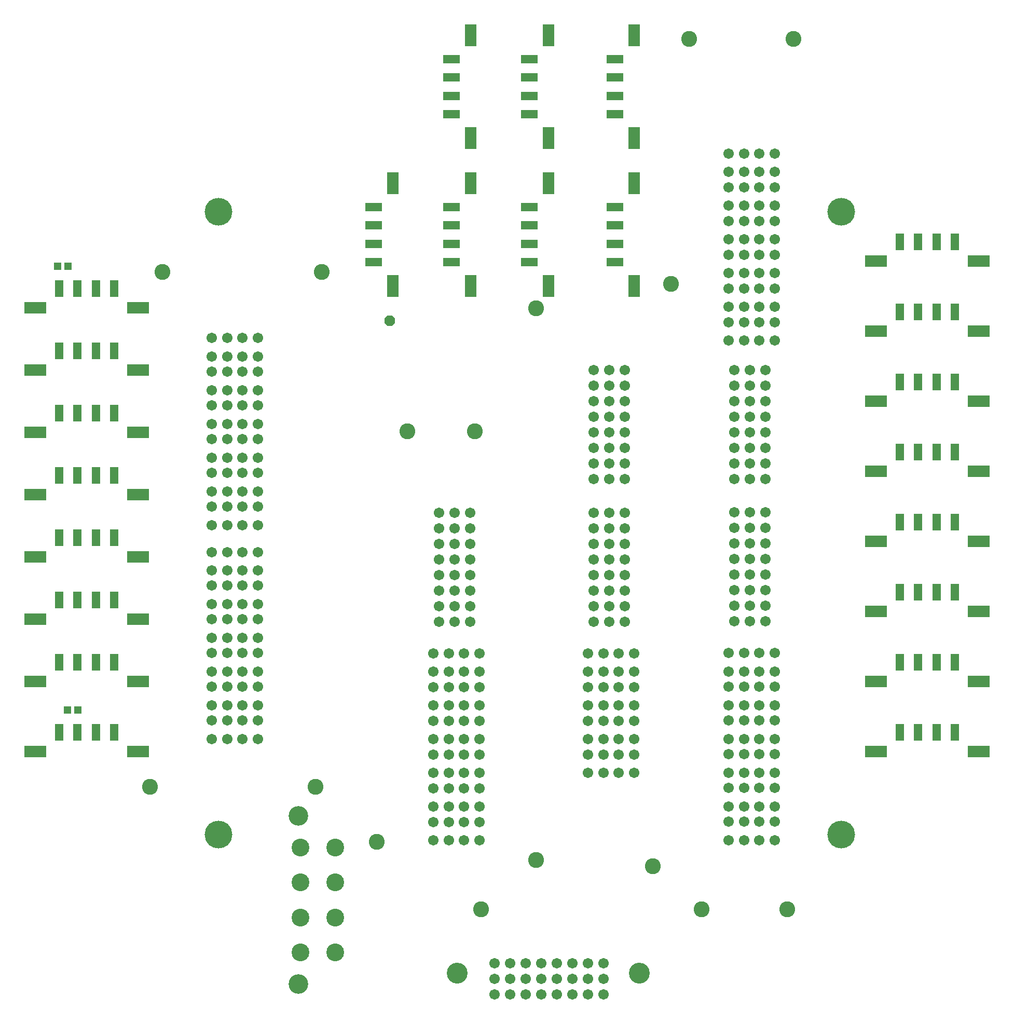
<source format=gbs>
G75*
%MOIN*%
%OFA0B0*%
%FSLAX25Y25*%
%IPPOS*%
%LPD*%
%AMOC8*
5,1,8,0,0,1.08239X$1,22.5*
%
%ADD10C,0.17800*%
%ADD11R,0.14304X0.07296*%
%ADD12R,0.05800X0.10800*%
%ADD13R,0.07296X0.14304*%
%ADD14R,0.10800X0.05800*%
%ADD15C,0.06737*%
%ADD16C,0.12611*%
%ADD17C,0.11430*%
%ADD18C,0.13398*%
%ADD19R,0.04737X0.05131*%
%ADD20OC8,0.06800*%
%ADD21C,0.10249*%
D10*
X0141800Y0141800D03*
X0141800Y0541800D03*
X0541800Y0541800D03*
X0541800Y0141800D03*
D11*
X0564024Y0195048D03*
X0564024Y0240048D03*
X0564024Y0285048D03*
X0564024Y0330048D03*
X0564024Y0375048D03*
X0564024Y0420048D03*
X0564024Y0465048D03*
X0564024Y0510048D03*
X0630048Y0510048D03*
X0630048Y0465048D03*
X0630048Y0420048D03*
X0630048Y0375048D03*
X0630048Y0330048D03*
X0630048Y0285048D03*
X0630048Y0240048D03*
X0630048Y0195048D03*
X0090048Y0195048D03*
X0090048Y0240048D03*
X0090048Y0280048D03*
X0090048Y0320048D03*
X0090048Y0360048D03*
X0090048Y0400048D03*
X0090048Y0440048D03*
X0090048Y0480048D03*
X0024024Y0480048D03*
X0024024Y0440048D03*
X0024024Y0400048D03*
X0024024Y0360048D03*
X0024024Y0320048D03*
X0024024Y0280048D03*
X0024024Y0240048D03*
X0024024Y0195048D03*
D12*
X0039320Y0207371D03*
X0051131Y0207371D03*
X0062942Y0207371D03*
X0074753Y0207371D03*
X0074753Y0252371D03*
X0062942Y0252371D03*
X0051131Y0252371D03*
X0039320Y0252371D03*
X0039320Y0292371D03*
X0051131Y0292371D03*
X0062942Y0292371D03*
X0074753Y0292371D03*
X0074753Y0332371D03*
X0062942Y0332371D03*
X0051131Y0332371D03*
X0039320Y0332371D03*
X0039320Y0372371D03*
X0051131Y0372371D03*
X0062942Y0372371D03*
X0074753Y0372371D03*
X0074753Y0412371D03*
X0062942Y0412371D03*
X0051131Y0412371D03*
X0039320Y0412371D03*
X0039320Y0452371D03*
X0051131Y0452371D03*
X0062942Y0452371D03*
X0074753Y0452371D03*
X0074753Y0492371D03*
X0062942Y0492371D03*
X0051131Y0492371D03*
X0039320Y0492371D03*
X0579320Y0477371D03*
X0591131Y0477371D03*
X0602942Y0477371D03*
X0614753Y0477371D03*
X0614753Y0432371D03*
X0602942Y0432371D03*
X0591131Y0432371D03*
X0579320Y0432371D03*
X0579320Y0387371D03*
X0591131Y0387371D03*
X0602942Y0387371D03*
X0614753Y0387371D03*
X0614753Y0342371D03*
X0602942Y0342371D03*
X0591131Y0342371D03*
X0579320Y0342371D03*
X0579320Y0297371D03*
X0591131Y0297371D03*
X0602942Y0297371D03*
X0614753Y0297371D03*
X0614753Y0252371D03*
X0602942Y0252371D03*
X0591131Y0252371D03*
X0579320Y0252371D03*
X0579320Y0207371D03*
X0591131Y0207371D03*
X0602942Y0207371D03*
X0614753Y0207371D03*
X0614753Y0522371D03*
X0602942Y0522371D03*
X0591131Y0522371D03*
X0579320Y0522371D03*
D13*
X0408552Y0494024D03*
X0353552Y0494024D03*
X0303552Y0494024D03*
X0253552Y0494024D03*
X0253552Y0560048D03*
X0303552Y0560048D03*
X0303552Y0589024D03*
X0353552Y0589024D03*
X0353552Y0560048D03*
X0408552Y0560048D03*
X0408552Y0589024D03*
X0408552Y0655048D03*
X0353552Y0655048D03*
X0303552Y0655048D03*
D14*
X0291229Y0639753D03*
X0291229Y0627942D03*
X0291229Y0616131D03*
X0291229Y0604320D03*
X0341229Y0604320D03*
X0341229Y0616131D03*
X0341229Y0627942D03*
X0341229Y0639753D03*
X0396229Y0639753D03*
X0396229Y0627942D03*
X0396229Y0616131D03*
X0396229Y0604320D03*
X0396229Y0544753D03*
X0396229Y0532942D03*
X0396229Y0521131D03*
X0396229Y0509320D03*
X0341229Y0509320D03*
X0341229Y0521131D03*
X0341229Y0532942D03*
X0341229Y0544753D03*
X0291229Y0544753D03*
X0291229Y0532942D03*
X0291229Y0521131D03*
X0291229Y0509320D03*
X0241229Y0509320D03*
X0241229Y0521131D03*
X0241229Y0532942D03*
X0241229Y0544753D03*
D15*
X0166997Y0460658D03*
X0157154Y0460658D03*
X0147312Y0460658D03*
X0137469Y0460658D03*
X0137469Y0448847D03*
X0137469Y0439005D03*
X0147312Y0439005D03*
X0147312Y0448847D03*
X0157154Y0448847D03*
X0157154Y0439005D03*
X0166997Y0439005D03*
X0166997Y0448847D03*
X0166997Y0427194D03*
X0166997Y0417351D03*
X0157154Y0417351D03*
X0147312Y0417351D03*
X0147312Y0427194D03*
X0157154Y0427194D03*
X0137469Y0427194D03*
X0137469Y0417351D03*
X0137469Y0405540D03*
X0147312Y0405540D03*
X0157154Y0405540D03*
X0157154Y0395698D03*
X0147312Y0395698D03*
X0137469Y0395698D03*
X0137469Y0383887D03*
X0147312Y0383887D03*
X0157154Y0383887D03*
X0166997Y0383887D03*
X0166997Y0395698D03*
X0166997Y0405540D03*
X0166997Y0374044D03*
X0157154Y0374044D03*
X0147312Y0374044D03*
X0137469Y0374044D03*
X0137469Y0362233D03*
X0137469Y0352391D03*
X0147312Y0352391D03*
X0147312Y0362233D03*
X0157154Y0362233D03*
X0157154Y0352391D03*
X0166997Y0352391D03*
X0166997Y0362233D03*
X0166997Y0340580D03*
X0157154Y0340580D03*
X0147312Y0340580D03*
X0137469Y0340580D03*
X0137469Y0323257D03*
X0147312Y0323257D03*
X0157154Y0323257D03*
X0166997Y0323257D03*
X0166997Y0311446D03*
X0166997Y0301603D03*
X0157154Y0301603D03*
X0147312Y0301603D03*
X0147312Y0311446D03*
X0157154Y0311446D03*
X0137469Y0311446D03*
X0137469Y0301603D03*
X0137469Y0289792D03*
X0147312Y0289792D03*
X0157154Y0289792D03*
X0157154Y0279950D03*
X0147312Y0279950D03*
X0137469Y0279950D03*
X0137469Y0268139D03*
X0147312Y0268139D03*
X0157154Y0268139D03*
X0166997Y0268139D03*
X0166997Y0279950D03*
X0166997Y0289792D03*
X0166997Y0258296D03*
X0166997Y0246485D03*
X0166997Y0236643D03*
X0157154Y0236643D03*
X0147312Y0236643D03*
X0137469Y0236643D03*
X0137469Y0246485D03*
X0147312Y0246485D03*
X0157154Y0246485D03*
X0157154Y0258296D03*
X0147312Y0258296D03*
X0137469Y0258296D03*
X0137469Y0224831D03*
X0137469Y0214989D03*
X0147312Y0214989D03*
X0157154Y0214989D03*
X0157154Y0224831D03*
X0147312Y0224831D03*
X0166997Y0224831D03*
X0166997Y0214989D03*
X0166997Y0203178D03*
X0157154Y0203178D03*
X0147312Y0203178D03*
X0137469Y0203178D03*
X0279738Y0203065D03*
X0279738Y0193223D03*
X0289580Y0193223D03*
X0289580Y0203065D03*
X0299423Y0203065D03*
X0299423Y0193223D03*
X0309265Y0193223D03*
X0309265Y0203065D03*
X0309265Y0214876D03*
X0309265Y0224719D03*
X0299423Y0224719D03*
X0299423Y0214876D03*
X0289580Y0214876D03*
X0289580Y0224719D03*
X0279738Y0224719D03*
X0279738Y0214876D03*
X0279738Y0236530D03*
X0289580Y0236530D03*
X0299423Y0236530D03*
X0309265Y0236530D03*
X0309265Y0246372D03*
X0309265Y0258183D03*
X0299423Y0258183D03*
X0289580Y0258183D03*
X0289580Y0246372D03*
X0299423Y0246372D03*
X0279738Y0246372D03*
X0279738Y0258183D03*
X0283320Y0278538D03*
X0293320Y0278538D03*
X0293320Y0288538D03*
X0283320Y0288538D03*
X0283320Y0298538D03*
X0293320Y0298538D03*
X0293320Y0308538D03*
X0283320Y0308538D03*
X0283320Y0318538D03*
X0293320Y0318538D03*
X0293320Y0328538D03*
X0283320Y0328538D03*
X0283320Y0338538D03*
X0283320Y0348538D03*
X0293320Y0348538D03*
X0293320Y0338538D03*
X0303320Y0338538D03*
X0303320Y0348538D03*
X0303320Y0328538D03*
X0303320Y0318538D03*
X0303320Y0308538D03*
X0303320Y0298538D03*
X0303320Y0288538D03*
X0303320Y0278538D03*
X0379069Y0258187D03*
X0388912Y0258187D03*
X0388912Y0246376D03*
X0379069Y0246376D03*
X0379069Y0236534D03*
X0388912Y0236534D03*
X0398754Y0236534D03*
X0408597Y0236534D03*
X0408597Y0246376D03*
X0398754Y0246376D03*
X0398754Y0258187D03*
X0408597Y0258187D03*
X0402652Y0278542D03*
X0392652Y0278542D03*
X0392652Y0288542D03*
X0392652Y0298542D03*
X0402652Y0298542D03*
X0402652Y0288542D03*
X0402652Y0308542D03*
X0402652Y0318542D03*
X0392652Y0318542D03*
X0392652Y0308542D03*
X0382652Y0308542D03*
X0382652Y0318542D03*
X0382652Y0328542D03*
X0382652Y0338542D03*
X0382652Y0348542D03*
X0392652Y0348542D03*
X0402652Y0348542D03*
X0402652Y0338542D03*
X0392652Y0338542D03*
X0392652Y0328542D03*
X0402652Y0328542D03*
X0382652Y0298542D03*
X0382652Y0288542D03*
X0382652Y0278542D03*
X0379069Y0224723D03*
X0379069Y0214880D03*
X0388912Y0214880D03*
X0388912Y0224723D03*
X0398754Y0224723D03*
X0398754Y0214880D03*
X0408597Y0214880D03*
X0408597Y0224723D03*
X0408597Y0203069D03*
X0408597Y0193227D03*
X0398754Y0193227D03*
X0398754Y0203069D03*
X0388912Y0203069D03*
X0388912Y0193227D03*
X0379069Y0193227D03*
X0379069Y0203069D03*
X0379069Y0181416D03*
X0388912Y0181416D03*
X0398754Y0181416D03*
X0408597Y0181416D03*
X0469438Y0181520D03*
X0469438Y0171678D03*
X0479280Y0171678D03*
X0479280Y0181520D03*
X0489123Y0181520D03*
X0489123Y0171678D03*
X0498965Y0171678D03*
X0498965Y0181520D03*
X0498965Y0193331D03*
X0489123Y0193331D03*
X0479280Y0193331D03*
X0479280Y0203174D03*
X0489123Y0203174D03*
X0498965Y0203174D03*
X0498965Y0214985D03*
X0489123Y0214985D03*
X0489123Y0224828D03*
X0498965Y0224828D03*
X0498965Y0236639D03*
X0489123Y0236639D03*
X0479280Y0236639D03*
X0479280Y0246481D03*
X0489123Y0246481D03*
X0498965Y0246481D03*
X0498965Y0258292D03*
X0489123Y0258292D03*
X0479280Y0258292D03*
X0469438Y0258292D03*
X0469438Y0246481D03*
X0469438Y0236639D03*
X0469438Y0224828D03*
X0469438Y0214985D03*
X0479280Y0214985D03*
X0479280Y0224828D03*
X0469438Y0203174D03*
X0469438Y0193331D03*
X0469438Y0159867D03*
X0479280Y0159867D03*
X0489123Y0159867D03*
X0498965Y0159867D03*
X0498965Y0150024D03*
X0489123Y0150024D03*
X0479280Y0150024D03*
X0479280Y0138213D03*
X0489123Y0138213D03*
X0498965Y0138213D03*
X0469438Y0138213D03*
X0469438Y0150024D03*
X0389162Y0059123D03*
X0379162Y0059123D03*
X0369162Y0059123D03*
X0369162Y0049123D03*
X0379162Y0049123D03*
X0389162Y0049123D03*
X0389162Y0039123D03*
X0379162Y0039123D03*
X0369162Y0039123D03*
X0359162Y0039123D03*
X0349162Y0039123D03*
X0339162Y0039123D03*
X0329162Y0039123D03*
X0319162Y0039123D03*
X0319162Y0049123D03*
X0319162Y0059123D03*
X0329162Y0059123D03*
X0329162Y0049123D03*
X0339162Y0049123D03*
X0339162Y0059123D03*
X0349162Y0059123D03*
X0349162Y0049123D03*
X0359162Y0049123D03*
X0359162Y0059123D03*
X0309265Y0138105D03*
X0309265Y0149916D03*
X0299423Y0149916D03*
X0289580Y0149916D03*
X0289580Y0138105D03*
X0299423Y0138105D03*
X0279738Y0138105D03*
X0279738Y0149916D03*
X0279738Y0159758D03*
X0289580Y0159758D03*
X0299423Y0159758D03*
X0309265Y0159758D03*
X0309265Y0171569D03*
X0309265Y0181412D03*
X0299423Y0181412D03*
X0289580Y0181412D03*
X0289580Y0171569D03*
X0299423Y0171569D03*
X0279738Y0171569D03*
X0279738Y0181412D03*
X0382652Y0370038D03*
X0382652Y0380038D03*
X0382652Y0390038D03*
X0382652Y0400038D03*
X0382652Y0410038D03*
X0382652Y0420038D03*
X0382652Y0430038D03*
X0382652Y0440038D03*
X0392652Y0440038D03*
X0402652Y0440038D03*
X0402652Y0430038D03*
X0392652Y0430038D03*
X0392652Y0420038D03*
X0402652Y0420038D03*
X0402652Y0410038D03*
X0392652Y0410038D03*
X0392652Y0400038D03*
X0402652Y0400038D03*
X0402652Y0390038D03*
X0392652Y0390038D03*
X0392652Y0380038D03*
X0402652Y0380038D03*
X0402652Y0370038D03*
X0392652Y0370038D03*
X0473020Y0370143D03*
X0473020Y0380143D03*
X0483020Y0380143D03*
X0483020Y0370143D03*
X0493020Y0370143D03*
X0493020Y0380143D03*
X0493020Y0390143D03*
X0493020Y0400143D03*
X0493020Y0410143D03*
X0493020Y0420143D03*
X0493020Y0430143D03*
X0493020Y0440143D03*
X0483020Y0440143D03*
X0473020Y0440143D03*
X0473020Y0430143D03*
X0483020Y0430143D03*
X0483020Y0420143D03*
X0473020Y0420143D03*
X0473020Y0410143D03*
X0483020Y0410143D03*
X0483020Y0400143D03*
X0473020Y0400143D03*
X0473020Y0390143D03*
X0483020Y0390143D03*
X0483020Y0348646D03*
X0473020Y0348646D03*
X0473020Y0338646D03*
X0473020Y0328646D03*
X0483020Y0328646D03*
X0483020Y0338646D03*
X0493020Y0338646D03*
X0493020Y0328646D03*
X0493020Y0318646D03*
X0493020Y0308646D03*
X0483020Y0308646D03*
X0473020Y0308646D03*
X0473020Y0318646D03*
X0483020Y0318646D03*
X0483020Y0298646D03*
X0473020Y0298646D03*
X0473020Y0288646D03*
X0483020Y0288646D03*
X0483020Y0278646D03*
X0473020Y0278646D03*
X0493020Y0278646D03*
X0493020Y0288646D03*
X0493020Y0298646D03*
X0493020Y0348646D03*
X0489123Y0459080D03*
X0498965Y0459080D03*
X0498965Y0470891D03*
X0489123Y0470891D03*
X0479280Y0470891D03*
X0479280Y0459080D03*
X0469438Y0459080D03*
X0469438Y0470891D03*
X0469438Y0480733D03*
X0479280Y0480733D03*
X0489123Y0480733D03*
X0498965Y0480733D03*
X0498965Y0492544D03*
X0489123Y0492544D03*
X0489123Y0502387D03*
X0498965Y0502387D03*
X0498965Y0514198D03*
X0498965Y0524040D03*
X0489123Y0524040D03*
X0489123Y0514198D03*
X0479280Y0514198D03*
X0479280Y0524040D03*
X0469438Y0524040D03*
X0469438Y0514198D03*
X0469438Y0502387D03*
X0469438Y0492544D03*
X0479280Y0492544D03*
X0479280Y0502387D03*
X0479280Y0535851D03*
X0479280Y0545694D03*
X0489123Y0545694D03*
X0498965Y0545694D03*
X0498965Y0535851D03*
X0489123Y0535851D03*
X0469438Y0535851D03*
X0469438Y0545694D03*
X0469438Y0557505D03*
X0469438Y0567347D03*
X0479280Y0567347D03*
X0479280Y0557505D03*
X0489123Y0557505D03*
X0489123Y0567347D03*
X0498965Y0567347D03*
X0498965Y0557505D03*
X0498965Y0579158D03*
X0489123Y0579158D03*
X0479280Y0579158D03*
X0469438Y0579158D03*
D16*
X0193060Y0153808D03*
X0193060Y0045776D03*
D17*
X0194359Y0066131D03*
X0194359Y0088572D03*
X0216800Y0088572D03*
X0216800Y0066131D03*
X0216800Y0111013D03*
X0216800Y0133454D03*
X0194359Y0133454D03*
X0194359Y0111013D03*
D18*
X0294871Y0052902D03*
X0412036Y0052902D03*
D19*
X0051246Y0221800D03*
X0044554Y0221800D03*
X0045146Y0506800D03*
X0038454Y0506800D03*
D20*
X0251800Y0471800D03*
D21*
X0207942Y0503217D03*
X0105580Y0503217D03*
X0263060Y0400855D03*
X0306367Y0400855D03*
X0345737Y0479595D03*
X0432351Y0495343D03*
X0444162Y0652824D03*
X0511091Y0652824D03*
X0204005Y0172509D03*
X0243375Y0137076D03*
X0310304Y0093769D03*
X0345737Y0125265D03*
X0420540Y0121328D03*
X0452036Y0093769D03*
X0507154Y0093769D03*
X0097706Y0172509D03*
M02*

</source>
